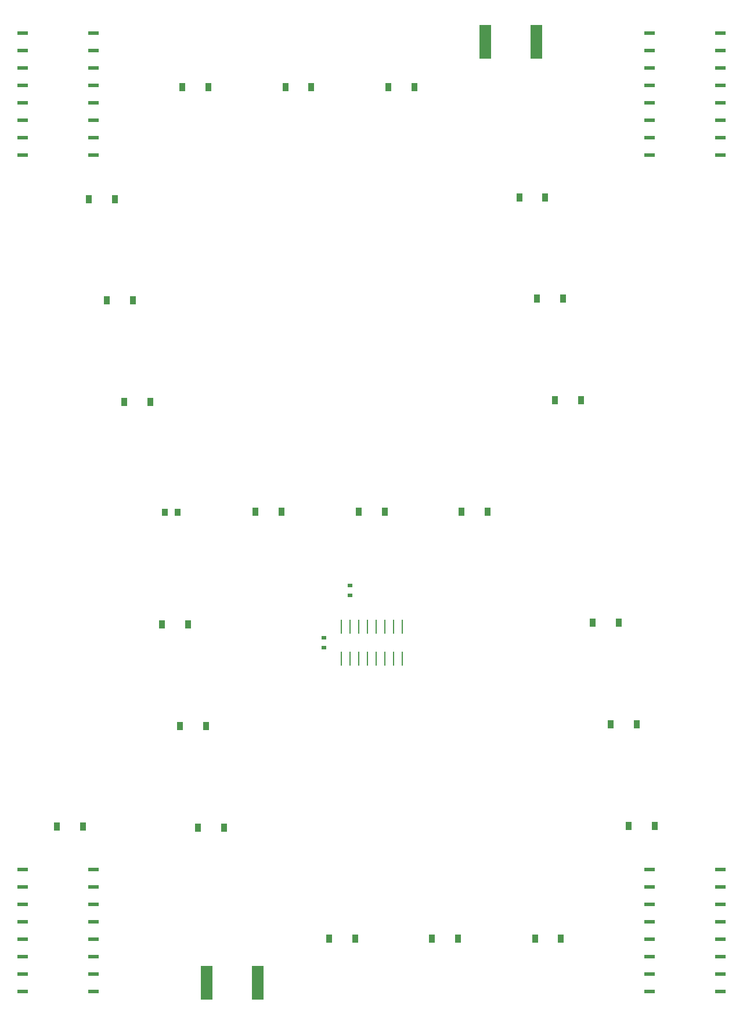
<source format=gtp>
G04 (created by PCBNEW (2013-07-07 BZR 4022)-stable) date 10/26/2014 6:34:32 PM*
%MOIN*%
G04 Gerber Fmt 3.4, Leading zero omitted, Abs format*
%FSLAX34Y34*%
G01*
G70*
G90*
G04 APERTURE LIST*
%ADD10C,0.01*%
%ADD11R,0.0352X0.043*%
%ADD12R,0.0274X0.0234*%
%ADD13R,0.0665512X0.196472*%
%ADD14R,0.059X0.024*%
%ADD15R,0.01X0.084*%
%ADD16R,0.0351811X0.0469921*%
G04 APERTURE END LIST*
G54D10*
G54D11*
X9125Y30000D03*
X9875Y30000D03*
G54D12*
X18250Y22796D03*
X18250Y22204D03*
X19750Y25204D03*
X19750Y25796D03*
G54D13*
X30456Y57000D03*
X27543Y57000D03*
X14456Y3000D03*
X11543Y3000D03*
G54D14*
X41025Y57500D03*
X41025Y56500D03*
X41025Y55500D03*
X41025Y54500D03*
X41025Y53500D03*
X41025Y52500D03*
X41025Y51500D03*
X41025Y50500D03*
X36975Y57500D03*
X36975Y56500D03*
X36975Y55500D03*
X36975Y54500D03*
X36975Y53500D03*
X36975Y52500D03*
X36975Y51500D03*
X36975Y50500D03*
X975Y50500D03*
X975Y51500D03*
X975Y52500D03*
X975Y53500D03*
X975Y54500D03*
X975Y55500D03*
X975Y56500D03*
X975Y57500D03*
X5025Y50500D03*
X5025Y51500D03*
X5025Y52500D03*
X5025Y53500D03*
X5025Y54500D03*
X5025Y55500D03*
X5025Y56500D03*
X5025Y57500D03*
X41025Y9500D03*
X41025Y8500D03*
X41025Y7500D03*
X41025Y6500D03*
X41025Y5500D03*
X41025Y4500D03*
X41025Y3500D03*
X41025Y2500D03*
X36975Y9500D03*
X36975Y8500D03*
X36975Y7500D03*
X36975Y6500D03*
X36975Y5500D03*
X36975Y4500D03*
X36975Y3500D03*
X36975Y2500D03*
X975Y2500D03*
X975Y3500D03*
X975Y4500D03*
X975Y5500D03*
X975Y6500D03*
X975Y7500D03*
X975Y8500D03*
X975Y9500D03*
X5025Y2500D03*
X5025Y3500D03*
X5025Y4500D03*
X5025Y5500D03*
X5025Y6500D03*
X5025Y7500D03*
X5025Y8500D03*
X5025Y9500D03*
G54D15*
X19250Y21585D03*
X19750Y21585D03*
X20250Y21585D03*
X20750Y21585D03*
X21250Y21585D03*
X21750Y21585D03*
X22250Y21585D03*
X22750Y21585D03*
X22750Y23415D03*
X22250Y23415D03*
X21750Y23415D03*
X21250Y23415D03*
X20750Y23415D03*
X20250Y23415D03*
X19750Y23415D03*
X19250Y23415D03*
G54D16*
X30978Y48063D03*
X29482Y48063D03*
X23452Y54394D03*
X21956Y54394D03*
X17547Y54394D03*
X16051Y54394D03*
X11641Y54394D03*
X10145Y54394D03*
X8307Y36326D03*
X6811Y36326D03*
X7282Y42141D03*
X5785Y42141D03*
X4427Y11944D03*
X2931Y11944D03*
X15842Y30004D03*
X14346Y30004D03*
X21748Y30004D03*
X20252Y30004D03*
X27654Y30004D03*
X26158Y30004D03*
X6256Y47957D03*
X4760Y47957D03*
X32004Y42247D03*
X30508Y42247D03*
X33029Y36432D03*
X31533Y36432D03*
X35192Y23660D03*
X33696Y23660D03*
X36222Y17821D03*
X34726Y17821D03*
X37251Y11983D03*
X35755Y11983D03*
X30383Y5533D03*
X31879Y5533D03*
X24477Y5533D03*
X25973Y5533D03*
X18571Y5533D03*
X20067Y5533D03*
X8974Y23553D03*
X10470Y23553D03*
X11499Y17715D03*
X10003Y17715D03*
X11033Y11877D03*
X12529Y11877D03*
M02*

</source>
